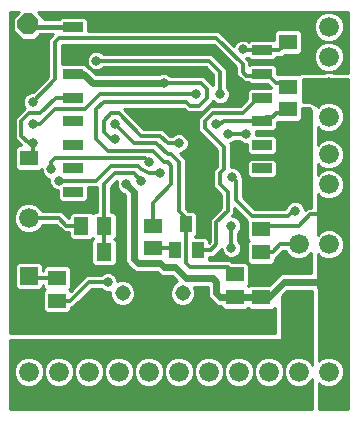
<source format=gtl>
G75*
%MOIN*%
%OFA0B0*%
%FSLAX25Y25*%
%IPPOS*%
%LPD*%
%AMOC8*
5,1,8,0,0,1.08239X$1,22.5*
%
%ADD10C,0.05150*%
%ADD11R,0.05906X0.05118*%
%ADD12R,0.05906X0.05906*%
%ADD13R,0.05118X0.05906*%
%ADD14C,0.06600*%
%ADD15OC8,0.07000*%
%ADD16R,0.06299X0.05118*%
%ADD17R,0.03937X0.05512*%
%ADD18R,0.06600X0.03200*%
%ADD19C,0.01000*%
%ADD20C,0.03175*%
%ADD21C,0.01200*%
%ADD22C,0.02400*%
%ADD23C,0.01600*%
D10*
X0065095Y0061433D03*
X0085095Y0061433D03*
D11*
X0075095Y0076443D03*
X0075095Y0083923D03*
X0102595Y0067673D03*
X0102595Y0060193D03*
X0111345Y0075193D03*
X0111345Y0082673D03*
X0120095Y0115193D03*
X0120095Y0122673D03*
X0120095Y0130193D03*
X0120095Y0137673D03*
X0120095Y0145193D03*
X0120095Y0152673D03*
X0043220Y0066423D03*
X0043220Y0058943D03*
X0033845Y0098943D03*
X0033845Y0106423D03*
D12*
X0033845Y0067073D03*
X0033845Y0053293D03*
D13*
X0051355Y0075183D03*
X0058835Y0075183D03*
X0058835Y0083933D03*
X0051355Y0083933D03*
D14*
X0033845Y0086433D03*
X0033845Y0076433D03*
X0033845Y0035183D03*
X0043845Y0035183D03*
X0053845Y0035183D03*
X0063845Y0035183D03*
X0073845Y0035183D03*
X0083845Y0035183D03*
X0093845Y0035183D03*
X0103845Y0035183D03*
X0113845Y0035183D03*
X0123845Y0035183D03*
X0133845Y0035183D03*
X0133845Y0057683D03*
X0123845Y0057683D03*
X0123845Y0077683D03*
X0133845Y0077683D03*
X0133845Y0087683D03*
X0133845Y0097683D03*
X0133845Y0107683D03*
X0133845Y0120183D03*
X0133845Y0130183D03*
X0133845Y0140183D03*
X0133845Y0150183D03*
D15*
X0033599Y0151074D03*
D16*
X0111345Y0067870D03*
X0111345Y0059996D03*
D17*
X0090085Y0075852D03*
X0082605Y0075852D03*
X0086345Y0084514D03*
D18*
X0111591Y0095124D03*
X0111591Y0102998D03*
X0111591Y0110872D03*
X0111591Y0118746D03*
X0111591Y0126620D03*
X0111591Y0134494D03*
X0111591Y0142368D03*
X0111591Y0150242D03*
X0048599Y0150242D03*
X0048599Y0142368D03*
X0048599Y0134494D03*
X0048599Y0126620D03*
X0048599Y0118746D03*
X0048599Y0110872D03*
X0048599Y0102998D03*
X0048599Y0095124D03*
D19*
X0027564Y0045808D02*
X0027564Y0022652D01*
X0128220Y0022652D01*
X0128220Y0032729D01*
X0128068Y0032362D01*
X0126667Y0030960D01*
X0124836Y0030202D01*
X0122854Y0030202D01*
X0121024Y0030960D01*
X0119622Y0032362D01*
X0118864Y0034192D01*
X0118864Y0036174D01*
X0119622Y0038005D01*
X0121024Y0039406D01*
X0122854Y0040164D01*
X0124836Y0040164D01*
X0126667Y0039406D01*
X0128068Y0038005D01*
X0128220Y0037637D01*
X0128220Y0062058D01*
X0127976Y0062302D01*
X0120039Y0062302D01*
X0118220Y0060484D01*
X0118220Y0045808D01*
X0027564Y0045808D01*
X0027564Y0045146D02*
X0128220Y0045146D01*
X0128220Y0046144D02*
X0118220Y0046144D01*
X0118220Y0047143D02*
X0128220Y0047143D01*
X0128220Y0048141D02*
X0118220Y0048141D01*
X0118220Y0049140D02*
X0128220Y0049140D01*
X0128220Y0050138D02*
X0118220Y0050138D01*
X0118220Y0051137D02*
X0128220Y0051137D01*
X0128220Y0052135D02*
X0118220Y0052135D01*
X0118220Y0053134D02*
X0128220Y0053134D01*
X0128220Y0054132D02*
X0118220Y0054132D01*
X0118220Y0055131D02*
X0128220Y0055131D01*
X0128220Y0056129D02*
X0118220Y0056129D01*
X0118220Y0057128D02*
X0128220Y0057128D01*
X0128220Y0058127D02*
X0118220Y0058127D01*
X0118220Y0059125D02*
X0128220Y0059125D01*
X0128220Y0060124D02*
X0118220Y0060124D01*
X0118859Y0061122D02*
X0128220Y0061122D01*
X0128158Y0062121D02*
X0119857Y0062121D01*
X0115702Y0066115D02*
X0107229Y0066115D01*
X0107229Y0067113D02*
X0116701Y0067113D01*
X0116403Y0066815D02*
X0113824Y0064236D01*
X0107499Y0064236D01*
X0106970Y0063707D01*
X0106744Y0063933D01*
X0107229Y0064418D01*
X0107229Y0070929D01*
X0106244Y0071913D01*
X0101581Y0071913D01*
X0101030Y0072464D01*
X0093735Y0072464D01*
X0093735Y0073571D01*
X0095459Y0073571D01*
X0096796Y0074907D01*
X0097290Y0075402D01*
X0098077Y0076189D01*
X0098077Y0075783D01*
X0098574Y0074582D01*
X0099494Y0073662D01*
X0100695Y0073165D01*
X0101995Y0073165D01*
X0103197Y0073662D01*
X0104116Y0074582D01*
X0104614Y0075783D01*
X0104614Y0077083D01*
X0104116Y0078285D01*
X0103626Y0078774D01*
X0103626Y0081592D01*
X0104116Y0082082D01*
X0104614Y0083283D01*
X0104614Y0084583D01*
X0104116Y0085785D01*
X0103197Y0086704D01*
X0101995Y0087202D01*
X0101590Y0087202D01*
X0102376Y0087988D01*
X0102376Y0089676D01*
X0105939Y0086113D01*
X0106711Y0085341D01*
X0106711Y0083789D01*
X0106558Y0083637D01*
X0106551Y0081747D01*
X0106711Y0081585D01*
X0106711Y0079418D01*
X0107196Y0078933D01*
X0106711Y0078448D01*
X0106711Y0076265D01*
X0106574Y0076128D01*
X0106574Y0076123D01*
X0106570Y0076119D01*
X0106574Y0075179D01*
X0106574Y0074238D01*
X0106578Y0074234D01*
X0106578Y0074229D01*
X0106711Y0074097D01*
X0106711Y0071938D01*
X0107696Y0070953D01*
X0114994Y0070953D01*
X0115979Y0071938D01*
X0115979Y0072902D01*
X0116040Y0072902D01*
X0118540Y0075402D01*
X0119398Y0075402D01*
X0119622Y0074862D01*
X0121024Y0073460D01*
X0122854Y0072702D01*
X0124836Y0072702D01*
X0126667Y0073460D01*
X0127914Y0074708D01*
X0127914Y0068064D01*
X0118272Y0068064D01*
X0117213Y0067626D01*
X0116403Y0066815D01*
X0114704Y0065116D02*
X0107229Y0065116D01*
X0107381Y0064118D02*
X0106929Y0064118D01*
X0107229Y0068112D02*
X0127914Y0068112D01*
X0127914Y0069110D02*
X0107229Y0069110D01*
X0107229Y0070109D02*
X0127914Y0070109D01*
X0127914Y0071107D02*
X0115149Y0071107D01*
X0115979Y0072106D02*
X0127914Y0072106D01*
X0127914Y0073104D02*
X0125807Y0073104D01*
X0127309Y0074103D02*
X0127914Y0074103D01*
X0130095Y0074103D02*
X0130381Y0074103D01*
X0130095Y0074389D02*
X0131024Y0073460D01*
X0132854Y0072702D01*
X0134836Y0072702D01*
X0136667Y0073460D01*
X0138068Y0074862D01*
X0138826Y0076692D01*
X0138826Y0078674D01*
X0138068Y0080505D01*
X0136667Y0081906D01*
X0134836Y0082664D01*
X0132854Y0082664D01*
X0131024Y0081906D01*
X0130095Y0080977D01*
X0130095Y0094389D01*
X0131024Y0093460D01*
X0132854Y0092702D01*
X0134836Y0092702D01*
X0136667Y0093460D01*
X0138068Y0094862D01*
X0138826Y0096692D01*
X0138826Y0098674D01*
X0138068Y0100505D01*
X0136667Y0101906D01*
X0134836Y0102664D01*
X0132854Y0102664D01*
X0131024Y0101906D01*
X0130095Y0100977D01*
X0130095Y0104389D01*
X0131024Y0103460D01*
X0132854Y0102702D01*
X0134836Y0102702D01*
X0136667Y0103460D01*
X0138068Y0104862D01*
X0138826Y0106692D01*
X0138826Y0108674D01*
X0138068Y0110505D01*
X0136667Y0111906D01*
X0134836Y0112664D01*
X0132854Y0112664D01*
X0131024Y0111906D01*
X0130095Y0110977D01*
X0130095Y0116889D01*
X0131024Y0115960D01*
X0132854Y0115202D01*
X0134836Y0115202D01*
X0136667Y0115960D01*
X0138068Y0117362D01*
X0138826Y0119192D01*
X0138826Y0121174D01*
X0138068Y0123005D01*
X0136667Y0124406D01*
X0134836Y0125164D01*
X0132854Y0125164D01*
X0131024Y0124406D01*
X0130095Y0123477D01*
X0130095Y0123933D01*
X0127595Y0125183D01*
X0125095Y0125183D01*
X0125095Y0132683D01*
X0140127Y0132683D01*
X0140127Y0022652D01*
X0130401Y0022652D01*
X0130401Y0031583D01*
X0131024Y0030960D01*
X0132854Y0030202D01*
X0134836Y0030202D01*
X0136667Y0030960D01*
X0138068Y0032362D01*
X0138826Y0034192D01*
X0138826Y0036174D01*
X0138068Y0038005D01*
X0136667Y0039406D01*
X0134836Y0040164D01*
X0132854Y0040164D01*
X0131024Y0039406D01*
X0130401Y0038783D01*
X0130401Y0062962D01*
X0130095Y0063268D01*
X0130095Y0074389D01*
X0130095Y0073104D02*
X0131883Y0073104D01*
X0130095Y0072106D02*
X0140127Y0072106D01*
X0140127Y0073104D02*
X0135807Y0073104D01*
X0137309Y0074103D02*
X0140127Y0074103D01*
X0140127Y0075101D02*
X0138167Y0075101D01*
X0138581Y0076100D02*
X0140127Y0076100D01*
X0140127Y0077098D02*
X0138826Y0077098D01*
X0138826Y0078097D02*
X0140127Y0078097D01*
X0140127Y0079095D02*
X0138652Y0079095D01*
X0138238Y0080094D02*
X0140127Y0080094D01*
X0140127Y0081092D02*
X0137480Y0081092D01*
X0136220Y0082091D02*
X0140127Y0082091D01*
X0140127Y0083089D02*
X0130095Y0083089D01*
X0130095Y0082091D02*
X0131470Y0082091D01*
X0130210Y0081092D02*
X0130095Y0081092D01*
X0130095Y0084088D02*
X0140127Y0084088D01*
X0140127Y0085086D02*
X0130095Y0085086D01*
X0130095Y0086085D02*
X0140127Y0086085D01*
X0140127Y0087083D02*
X0130095Y0087083D01*
X0130095Y0088082D02*
X0140127Y0088082D01*
X0140127Y0089080D02*
X0130095Y0089080D01*
X0130095Y0090079D02*
X0140127Y0090079D01*
X0140127Y0091077D02*
X0130095Y0091077D01*
X0130095Y0092076D02*
X0140127Y0092076D01*
X0140127Y0093074D02*
X0135735Y0093074D01*
X0137279Y0094073D02*
X0140127Y0094073D01*
X0140127Y0095071D02*
X0138155Y0095071D01*
X0138568Y0096070D02*
X0140127Y0096070D01*
X0140127Y0097068D02*
X0138826Y0097068D01*
X0138826Y0098067D02*
X0140127Y0098067D01*
X0140127Y0099065D02*
X0138664Y0099065D01*
X0138250Y0100064D02*
X0140127Y0100064D01*
X0140127Y0101062D02*
X0137510Y0101062D01*
X0136292Y0102061D02*
X0140127Y0102061D01*
X0140127Y0103060D02*
X0135699Y0103060D01*
X0137264Y0104058D02*
X0140127Y0104058D01*
X0140127Y0105057D02*
X0138149Y0105057D01*
X0138562Y0106055D02*
X0140127Y0106055D01*
X0140127Y0107054D02*
X0138826Y0107054D01*
X0138826Y0108052D02*
X0140127Y0108052D01*
X0140127Y0109051D02*
X0138670Y0109051D01*
X0138257Y0110049D02*
X0140127Y0110049D01*
X0140127Y0111048D02*
X0137525Y0111048D01*
X0136328Y0112046D02*
X0140127Y0112046D01*
X0140127Y0113045D02*
X0130095Y0113045D01*
X0130095Y0114043D02*
X0140127Y0114043D01*
X0140127Y0115042D02*
X0130095Y0115042D01*
X0130095Y0116040D02*
X0130944Y0116040D01*
X0127914Y0116040D02*
X0116163Y0116040D01*
X0116572Y0116450D02*
X0116572Y0118433D01*
X0123744Y0118433D01*
X0124729Y0119418D01*
X0124729Y0123002D01*
X0127080Y0123002D01*
X0127914Y0122585D01*
X0127914Y0089964D01*
X0126650Y0089964D01*
X0125864Y0089178D01*
X0125864Y0089583D01*
X0125366Y0090785D01*
X0124447Y0091704D01*
X0123245Y0092202D01*
X0121945Y0092202D01*
X0120744Y0091704D01*
X0119824Y0090785D01*
X0119327Y0089583D01*
X0119327Y0089516D01*
X0119150Y0089339D01*
X0109165Y0089339D01*
X0105142Y0093362D01*
X0105142Y0099878D01*
X0104879Y0100141D01*
X0104879Y0100833D01*
X0104382Y0102035D01*
X0103462Y0102954D01*
X0102261Y0103452D01*
X0101126Y0103452D01*
X0101126Y0111128D01*
X0100900Y0111354D01*
X0101947Y0111787D01*
X0102436Y0112277D01*
X0104004Y0112277D01*
X0104494Y0111787D01*
X0105695Y0111290D01*
X0106610Y0111290D01*
X0106610Y0108576D01*
X0107595Y0107591D01*
X0115588Y0107591D01*
X0116572Y0108576D01*
X0116572Y0113168D01*
X0115588Y0114153D01*
X0109614Y0114153D01*
X0109614Y0115208D01*
X0109507Y0115465D01*
X0115588Y0115465D01*
X0116572Y0116450D01*
X0116572Y0117039D02*
X0127914Y0117039D01*
X0127914Y0118037D02*
X0116572Y0118037D01*
X0115698Y0114043D02*
X0127914Y0114043D01*
X0127914Y0113045D02*
X0116572Y0113045D01*
X0116572Y0112046D02*
X0127914Y0112046D01*
X0127914Y0111048D02*
X0116572Y0111048D01*
X0116572Y0110049D02*
X0127914Y0110049D01*
X0127914Y0109051D02*
X0116572Y0109051D01*
X0116049Y0108052D02*
X0127914Y0108052D01*
X0127914Y0107054D02*
X0101126Y0107054D01*
X0101126Y0108052D02*
X0107134Y0108052D01*
X0106610Y0109051D02*
X0101126Y0109051D01*
X0101126Y0110049D02*
X0106610Y0110049D01*
X0106610Y0111048D02*
X0101126Y0111048D01*
X0102206Y0112046D02*
X0104235Y0112046D01*
X0107595Y0106279D02*
X0106610Y0105294D01*
X0106610Y0100702D01*
X0107595Y0099717D01*
X0115588Y0099717D01*
X0116572Y0100702D01*
X0116572Y0105294D01*
X0115588Y0106279D01*
X0107595Y0106279D01*
X0107371Y0106055D02*
X0101126Y0106055D01*
X0101126Y0105057D02*
X0106610Y0105057D01*
X0106610Y0104058D02*
X0101126Y0104058D01*
X0103208Y0103060D02*
X0106610Y0103060D01*
X0106610Y0102061D02*
X0104355Y0102061D01*
X0104784Y0101062D02*
X0106610Y0101062D01*
X0107248Y0100064D02*
X0104956Y0100064D01*
X0105142Y0099065D02*
X0127914Y0099065D01*
X0127914Y0098067D02*
X0105142Y0098067D01*
X0105142Y0097068D02*
X0127914Y0097068D01*
X0127914Y0096070D02*
X0105142Y0096070D01*
X0105142Y0095071D02*
X0127914Y0095071D01*
X0127914Y0094073D02*
X0105142Y0094073D01*
X0105430Y0093074D02*
X0127914Y0093074D01*
X0127914Y0092076D02*
X0123549Y0092076D01*
X0125073Y0091077D02*
X0127914Y0091077D01*
X0127914Y0090079D02*
X0125658Y0090079D01*
X0121642Y0092076D02*
X0106428Y0092076D01*
X0107427Y0091077D02*
X0120117Y0091077D01*
X0119532Y0090079D02*
X0108425Y0090079D01*
X0105967Y0086085D02*
X0103816Y0086085D01*
X0104405Y0085086D02*
X0106711Y0085086D01*
X0106711Y0084088D02*
X0104614Y0084088D01*
X0104533Y0083089D02*
X0106556Y0083089D01*
X0106552Y0082091D02*
X0104120Y0082091D01*
X0103626Y0081092D02*
X0106711Y0081092D01*
X0106711Y0080094D02*
X0103626Y0080094D01*
X0103626Y0079095D02*
X0107034Y0079095D01*
X0106711Y0078097D02*
X0104194Y0078097D01*
X0104607Y0077098D02*
X0106711Y0077098D01*
X0106570Y0076100D02*
X0104614Y0076100D01*
X0104331Y0075101D02*
X0106574Y0075101D01*
X0106705Y0074103D02*
X0103637Y0074103D01*
X0101389Y0072106D02*
X0106711Y0072106D01*
X0106711Y0073104D02*
X0093735Y0073104D01*
X0095991Y0074103D02*
X0099053Y0074103D01*
X0098359Y0075101D02*
X0096989Y0075101D01*
X0097988Y0076100D02*
X0098077Y0076100D01*
X0094064Y0078628D02*
X0093735Y0078299D01*
X0093735Y0079305D01*
X0092750Y0080289D01*
X0089223Y0080289D01*
X0089995Y0081062D01*
X0089995Y0087966D01*
X0089010Y0088951D01*
X0087053Y0088951D01*
X0086126Y0089878D01*
X0086126Y0106128D01*
X0084790Y0107464D01*
X0084090Y0108165D01*
X0084495Y0108165D01*
X0085697Y0108662D01*
X0086616Y0109582D01*
X0087114Y0110783D01*
X0087114Y0112083D01*
X0086616Y0113285D01*
X0085697Y0114204D01*
X0084495Y0114702D01*
X0083195Y0114702D01*
X0081994Y0114204D01*
X0081504Y0113714D01*
X0081040Y0113714D01*
X0079876Y0114878D01*
X0078540Y0116214D01*
X0072290Y0116214D01*
X0065602Y0122902D01*
X0085400Y0122902D01*
X0086650Y0121652D01*
X0091665Y0121652D01*
X0094165Y0124152D01*
X0095334Y0125321D01*
X0095744Y0124912D01*
X0096945Y0124415D01*
X0098245Y0124415D01*
X0099447Y0124912D01*
X0100366Y0125832D01*
X0100864Y0127033D01*
X0100864Y0128333D01*
X0100366Y0129535D01*
X0099876Y0130024D01*
X0099876Y0136128D01*
X0098540Y0137464D01*
X0094790Y0141214D01*
X0058686Y0141214D01*
X0058197Y0141704D01*
X0056995Y0142202D01*
X0055695Y0142202D01*
X0054494Y0141704D01*
X0053574Y0140785D01*
X0053077Y0139583D01*
X0053077Y0138283D01*
X0053574Y0137082D01*
X0054494Y0136162D01*
X0055695Y0135665D01*
X0056995Y0135665D01*
X0058197Y0136162D01*
X0058686Y0136652D01*
X0092900Y0136652D01*
X0095314Y0134238D01*
X0095314Y0130690D01*
X0093626Y0132378D01*
X0092290Y0133714D01*
X0081186Y0133714D01*
X0080697Y0134204D01*
X0079495Y0134702D01*
X0078195Y0134702D01*
X0077260Y0134314D01*
X0056289Y0134314D01*
X0053666Y0136937D01*
X0053270Y0137101D01*
X0052595Y0137775D01*
X0044876Y0137775D01*
X0044876Y0144152D01*
X0095400Y0144152D01*
X0102814Y0136738D01*
X0102814Y0134238D01*
X0104064Y0132988D01*
X0105400Y0131652D01*
X0107156Y0131652D01*
X0107595Y0131213D01*
X0113211Y0131213D01*
X0113936Y0130488D01*
X0114523Y0129901D01*
X0107595Y0129901D01*
X0106610Y0128916D01*
X0106610Y0126174D01*
X0104150Y0123714D01*
X0094150Y0123714D01*
X0091650Y0121214D01*
X0090314Y0119878D01*
X0090314Y0115488D01*
X0096564Y0109238D01*
X0096564Y0103628D01*
X0095314Y0102378D01*
X0095314Y0096738D01*
X0097814Y0094238D01*
X0097814Y0089878D01*
X0095400Y0087464D01*
X0094064Y0086128D01*
X0094064Y0078628D01*
X0094064Y0079095D02*
X0093735Y0079095D01*
X0094064Y0080094D02*
X0092946Y0080094D01*
X0094064Y0081092D02*
X0089995Y0081092D01*
X0089995Y0082091D02*
X0094064Y0082091D01*
X0094064Y0083089D02*
X0089995Y0083089D01*
X0089995Y0084088D02*
X0094064Y0084088D01*
X0094064Y0085086D02*
X0089995Y0085086D01*
X0089995Y0086085D02*
X0094064Y0086085D01*
X0095019Y0087083D02*
X0089995Y0087083D01*
X0089879Y0088082D02*
X0096018Y0088082D01*
X0097016Y0089080D02*
X0086924Y0089080D01*
X0086126Y0090079D02*
X0097814Y0090079D01*
X0097814Y0091077D02*
X0086126Y0091077D01*
X0086126Y0092076D02*
X0097814Y0092076D01*
X0097814Y0093074D02*
X0086126Y0093074D01*
X0086126Y0094073D02*
X0097814Y0094073D01*
X0096981Y0095071D02*
X0086126Y0095071D01*
X0086126Y0096070D02*
X0095982Y0096070D01*
X0095314Y0097068D02*
X0086126Y0097068D01*
X0086126Y0098067D02*
X0095314Y0098067D01*
X0095314Y0099065D02*
X0086126Y0099065D01*
X0086126Y0100064D02*
X0095314Y0100064D01*
X0095314Y0101062D02*
X0086126Y0101062D01*
X0086126Y0102061D02*
X0095314Y0102061D01*
X0095996Y0103060D02*
X0086126Y0103060D01*
X0086126Y0104058D02*
X0096564Y0104058D01*
X0096564Y0105057D02*
X0086126Y0105057D01*
X0086126Y0106055D02*
X0096564Y0106055D01*
X0096564Y0107054D02*
X0085201Y0107054D01*
X0084202Y0108052D02*
X0096564Y0108052D01*
X0096564Y0109051D02*
X0086085Y0109051D01*
X0086810Y0110049D02*
X0095753Y0110049D01*
X0094755Y0111048D02*
X0087114Y0111048D01*
X0087114Y0112046D02*
X0093756Y0112046D01*
X0092758Y0113045D02*
X0086715Y0113045D01*
X0085857Y0114043D02*
X0091759Y0114043D01*
X0090761Y0115042D02*
X0079713Y0115042D01*
X0080711Y0114043D02*
X0081833Y0114043D01*
X0078714Y0116040D02*
X0090314Y0116040D01*
X0090314Y0117039D02*
X0071465Y0117039D01*
X0070467Y0118037D02*
X0090314Y0118037D01*
X0090314Y0119036D02*
X0069468Y0119036D01*
X0068470Y0120034D02*
X0090470Y0120034D01*
X0091469Y0121033D02*
X0067471Y0121033D01*
X0066473Y0122031D02*
X0086271Y0122031D01*
X0092044Y0122031D02*
X0092467Y0122031D01*
X0093043Y0123030D02*
X0093466Y0123030D01*
X0094041Y0124028D02*
X0104464Y0124028D01*
X0105463Y0125027D02*
X0099561Y0125027D01*
X0100446Y0126025D02*
X0106461Y0126025D01*
X0106610Y0127024D02*
X0100860Y0127024D01*
X0100864Y0128022D02*
X0106610Y0128022D01*
X0106714Y0129021D02*
X0100579Y0129021D01*
X0099881Y0130019D02*
X0114405Y0130019D01*
X0113406Y0131018D02*
X0099876Y0131018D01*
X0099876Y0132016D02*
X0105036Y0132016D01*
X0104037Y0133015D02*
X0099876Y0133015D01*
X0099876Y0134013D02*
X0103039Y0134013D01*
X0102814Y0135012D02*
X0099876Y0135012D01*
X0099876Y0136010D02*
X0102814Y0136010D01*
X0102543Y0137009D02*
X0098995Y0137009D01*
X0097997Y0138007D02*
X0101545Y0138007D01*
X0100546Y0139006D02*
X0096998Y0139006D01*
X0096000Y0140004D02*
X0099548Y0140004D01*
X0098549Y0141003D02*
X0095001Y0141003D01*
X0096552Y0143000D02*
X0044876Y0143000D01*
X0044876Y0143998D02*
X0095554Y0143998D01*
X0097551Y0142001D02*
X0057478Y0142001D01*
X0055212Y0142001D02*
X0044876Y0142001D01*
X0044876Y0141003D02*
X0053793Y0141003D01*
X0053251Y0140004D02*
X0044876Y0140004D01*
X0044876Y0139006D02*
X0053077Y0139006D01*
X0053191Y0138007D02*
X0044876Y0138007D01*
X0040314Y0138007D02*
X0027564Y0138007D01*
X0027564Y0137009D02*
X0040314Y0137009D01*
X0040314Y0136010D02*
X0027564Y0136010D01*
X0027564Y0135012D02*
X0040314Y0135012D01*
X0040314Y0134013D02*
X0027564Y0134013D01*
X0027564Y0133015D02*
X0039701Y0133015D01*
X0040314Y0133628D02*
X0035138Y0128452D01*
X0034445Y0128452D01*
X0033244Y0127954D01*
X0032324Y0127035D01*
X0031827Y0125833D01*
X0031827Y0124533D01*
X0032324Y0123332D01*
X0032421Y0123235D01*
X0030400Y0121214D01*
X0029064Y0119878D01*
X0029064Y0112988D01*
X0031389Y0110663D01*
X0030196Y0110663D01*
X0029211Y0109679D01*
X0029211Y0103168D01*
X0030196Y0102183D01*
X0037494Y0102183D01*
X0038077Y0102765D01*
X0038077Y0102033D01*
X0038574Y0100832D01*
X0039494Y0099912D01*
X0040577Y0099464D01*
X0040577Y0098283D01*
X0041074Y0097082D01*
X0041994Y0096162D01*
X0043195Y0095665D01*
X0043618Y0095665D01*
X0043618Y0092828D01*
X0044603Y0091843D01*
X0052595Y0091843D01*
X0053580Y0092828D01*
X0053580Y0096652D01*
X0056564Y0096652D01*
X0056564Y0088567D01*
X0055580Y0088567D01*
X0055095Y0088082D01*
X0054610Y0088567D01*
X0048100Y0088567D01*
X0047115Y0087582D01*
X0047115Y0086389D01*
X0044790Y0088714D01*
X0038292Y0088714D01*
X0038068Y0089255D01*
X0036667Y0090656D01*
X0034836Y0091414D01*
X0032854Y0091414D01*
X0031024Y0090656D01*
X0029622Y0089255D01*
X0028864Y0087424D01*
X0028864Y0085442D01*
X0029622Y0083612D01*
X0031024Y0082210D01*
X0032854Y0081452D01*
X0034836Y0081452D01*
X0036667Y0082210D01*
X0038068Y0083612D01*
X0038292Y0084152D01*
X0042900Y0084152D01*
X0044064Y0082988D01*
X0045400Y0081652D01*
X0047115Y0081652D01*
X0047115Y0080284D01*
X0048100Y0079299D01*
X0054610Y0079299D01*
X0055095Y0079784D01*
X0055321Y0079558D01*
X0054595Y0078832D01*
X0054595Y0071534D01*
X0055580Y0070549D01*
X0062091Y0070549D01*
X0063075Y0071534D01*
X0063075Y0078832D01*
X0062350Y0079558D01*
X0063075Y0080284D01*
X0063075Y0087582D01*
X0062091Y0088567D01*
X0061126Y0088567D01*
X0061126Y0096738D01*
X0063328Y0098940D01*
X0063077Y0098333D01*
X0063077Y0097033D01*
X0063574Y0095832D01*
X0064494Y0094912D01*
X0065429Y0094525D01*
X0065964Y0093990D01*
X0065964Y0072110D01*
X0066403Y0071051D01*
X0067213Y0070241D01*
X0067653Y0069801D01*
X0068463Y0068991D01*
X0069522Y0068552D01*
X0076402Y0068552D01*
X0076403Y0068551D01*
X0077213Y0067741D01*
X0078272Y0067302D01*
X0081402Y0067302D01*
X0083376Y0065328D01*
X0082684Y0065041D01*
X0081487Y0063844D01*
X0080839Y0062280D01*
X0080839Y0060587D01*
X0081487Y0059022D01*
X0082684Y0057825D01*
X0084249Y0057177D01*
X0085942Y0057177D01*
X0087506Y0057825D01*
X0088703Y0059022D01*
X0089351Y0060587D01*
X0089351Y0062280D01*
X0088824Y0063552D01*
X0093464Y0063552D01*
X0093464Y0060860D01*
X0093903Y0059801D01*
X0095153Y0058551D01*
X0095963Y0057741D01*
X0097022Y0057302D01*
X0097961Y0057302D01*
X0097961Y0056938D01*
X0098946Y0055953D01*
X0106244Y0055953D01*
X0106773Y0056482D01*
X0107499Y0055756D01*
X0115191Y0055756D01*
X0116039Y0056604D01*
X0116039Y0047989D01*
X0027564Y0047989D01*
X0027564Y0155215D01*
X0030413Y0155215D01*
X0028418Y0153220D01*
X0028418Y0148928D01*
X0031453Y0145893D01*
X0035745Y0145893D01*
X0037613Y0147761D01*
X0041947Y0147761D01*
X0041564Y0147378D01*
X0040314Y0146128D01*
X0040314Y0133628D01*
X0038702Y0132016D02*
X0027564Y0132016D01*
X0027564Y0131018D02*
X0037704Y0131018D01*
X0036705Y0130019D02*
X0027564Y0130019D01*
X0027564Y0129021D02*
X0035707Y0129021D01*
X0033409Y0128022D02*
X0027564Y0128022D01*
X0027564Y0127024D02*
X0032320Y0127024D01*
X0031906Y0126025D02*
X0027564Y0126025D01*
X0027564Y0125027D02*
X0031827Y0125027D01*
X0032036Y0124028D02*
X0027564Y0124028D01*
X0027564Y0123030D02*
X0032216Y0123030D01*
X0031217Y0122031D02*
X0027564Y0122031D01*
X0027564Y0121033D02*
X0030219Y0121033D01*
X0029220Y0120034D02*
X0027564Y0120034D01*
X0027564Y0119036D02*
X0029064Y0119036D01*
X0029064Y0118037D02*
X0027564Y0118037D01*
X0027564Y0117039D02*
X0029064Y0117039D01*
X0029064Y0116040D02*
X0027564Y0116040D01*
X0027564Y0115042D02*
X0029064Y0115042D01*
X0029064Y0114043D02*
X0027564Y0114043D01*
X0027564Y0113045D02*
X0029064Y0113045D01*
X0030006Y0112046D02*
X0027564Y0112046D01*
X0027564Y0111048D02*
X0031005Y0111048D01*
X0029582Y0110049D02*
X0027564Y0110049D01*
X0027564Y0109051D02*
X0029211Y0109051D01*
X0029211Y0108052D02*
X0027564Y0108052D01*
X0027564Y0107054D02*
X0029211Y0107054D01*
X0029211Y0106055D02*
X0027564Y0106055D01*
X0027564Y0105057D02*
X0029211Y0105057D01*
X0029211Y0104058D02*
X0027564Y0104058D01*
X0027564Y0103060D02*
X0029320Y0103060D01*
X0027564Y0102061D02*
X0038077Y0102061D01*
X0038479Y0101062D02*
X0027564Y0101062D01*
X0027564Y0100064D02*
X0039342Y0100064D01*
X0040577Y0099065D02*
X0027564Y0099065D01*
X0027564Y0098067D02*
X0040666Y0098067D01*
X0041087Y0097068D02*
X0027564Y0097068D01*
X0027564Y0096070D02*
X0042216Y0096070D01*
X0043618Y0095071D02*
X0027564Y0095071D01*
X0027564Y0094073D02*
X0043618Y0094073D01*
X0043618Y0093074D02*
X0027564Y0093074D01*
X0027564Y0092076D02*
X0044370Y0092076D01*
X0045422Y0088082D02*
X0047615Y0088082D01*
X0047115Y0087083D02*
X0046421Y0087083D01*
X0042964Y0084088D02*
X0038265Y0084088D01*
X0037546Y0083089D02*
X0043963Y0083089D01*
X0044961Y0082091D02*
X0036378Y0082091D01*
X0031312Y0082091D02*
X0027564Y0082091D01*
X0027564Y0083089D02*
X0030145Y0083089D01*
X0029425Y0084088D02*
X0027564Y0084088D01*
X0027564Y0085086D02*
X0029011Y0085086D01*
X0028864Y0086085D02*
X0027564Y0086085D01*
X0027564Y0087083D02*
X0028864Y0087083D01*
X0029137Y0088082D02*
X0027564Y0088082D01*
X0027564Y0089080D02*
X0029550Y0089080D01*
X0030447Y0090079D02*
X0027564Y0090079D01*
X0027564Y0091077D02*
X0032041Y0091077D01*
X0035649Y0091077D02*
X0056564Y0091077D01*
X0056564Y0090079D02*
X0037244Y0090079D01*
X0038140Y0089080D02*
X0056564Y0089080D01*
X0056564Y0092076D02*
X0052828Y0092076D01*
X0053580Y0093074D02*
X0056564Y0093074D01*
X0056564Y0094073D02*
X0053580Y0094073D01*
X0053580Y0095071D02*
X0056564Y0095071D01*
X0056564Y0096070D02*
X0053580Y0096070D01*
X0061126Y0096070D02*
X0063476Y0096070D01*
X0063077Y0097068D02*
X0061456Y0097068D01*
X0062455Y0098067D02*
X0063077Y0098067D01*
X0064334Y0095071D02*
X0061126Y0095071D01*
X0061126Y0094073D02*
X0065881Y0094073D01*
X0065964Y0093074D02*
X0061126Y0093074D01*
X0061126Y0092076D02*
X0065964Y0092076D01*
X0065964Y0091077D02*
X0061126Y0091077D01*
X0061126Y0090079D02*
X0065964Y0090079D01*
X0065964Y0089080D02*
X0061126Y0089080D01*
X0062576Y0088082D02*
X0065964Y0088082D01*
X0065964Y0087083D02*
X0063075Y0087083D01*
X0063075Y0086085D02*
X0065964Y0086085D01*
X0065964Y0085086D02*
X0063075Y0085086D01*
X0063075Y0084088D02*
X0065964Y0084088D01*
X0065964Y0083089D02*
X0063075Y0083089D01*
X0063075Y0082091D02*
X0065964Y0082091D01*
X0065964Y0081092D02*
X0063075Y0081092D01*
X0062885Y0080094D02*
X0065964Y0080094D01*
X0065964Y0079095D02*
X0062812Y0079095D01*
X0063075Y0078097D02*
X0065964Y0078097D01*
X0065964Y0077098D02*
X0063075Y0077098D01*
X0063075Y0076100D02*
X0065964Y0076100D01*
X0065964Y0075101D02*
X0063075Y0075101D01*
X0063075Y0074103D02*
X0065964Y0074103D01*
X0065964Y0073104D02*
X0063075Y0073104D01*
X0063075Y0072106D02*
X0065966Y0072106D01*
X0066379Y0071107D02*
X0062649Y0071107D01*
X0061566Y0068112D02*
X0076842Y0068112D01*
X0081591Y0067113D02*
X0062787Y0067113D01*
X0062866Y0067035D02*
X0061947Y0067954D01*
X0060745Y0068452D01*
X0059445Y0068452D01*
X0058244Y0067954D01*
X0057754Y0067464D01*
X0052900Y0067464D01*
X0047744Y0062308D01*
X0047369Y0062683D01*
X0047854Y0063168D01*
X0047854Y0069679D01*
X0046869Y0070663D01*
X0039571Y0070663D01*
X0038586Y0069679D01*
X0038586Y0068704D01*
X0038479Y0068704D01*
X0038479Y0070722D01*
X0037494Y0071707D01*
X0030196Y0071707D01*
X0029211Y0070722D01*
X0029211Y0063424D01*
X0030196Y0062439D01*
X0037494Y0062439D01*
X0038479Y0063424D01*
X0038479Y0064142D01*
X0038586Y0064142D01*
X0038586Y0063168D01*
X0039071Y0062683D01*
X0038586Y0062198D01*
X0038586Y0055688D01*
X0039571Y0054703D01*
X0046869Y0054703D01*
X0047854Y0055688D01*
X0047854Y0056652D01*
X0048540Y0056652D01*
X0049876Y0057988D01*
X0054790Y0062902D01*
X0057754Y0062902D01*
X0058244Y0062412D01*
X0059445Y0061915D01*
X0060745Y0061915D01*
X0060839Y0061953D01*
X0060839Y0060587D01*
X0061487Y0059022D01*
X0062684Y0057825D01*
X0064249Y0057177D01*
X0065942Y0057177D01*
X0067506Y0057825D01*
X0068703Y0059022D01*
X0069351Y0060587D01*
X0069351Y0062280D01*
X0068703Y0063844D01*
X0067506Y0065041D01*
X0065942Y0065689D01*
X0064249Y0065689D01*
X0063364Y0065322D01*
X0063364Y0065833D01*
X0062866Y0067035D01*
X0063247Y0066115D02*
X0082589Y0066115D01*
X0082866Y0065116D02*
X0067325Y0065116D01*
X0068429Y0064118D02*
X0081761Y0064118D01*
X0081187Y0063119D02*
X0069003Y0063119D01*
X0069351Y0062121D02*
X0080839Y0062121D01*
X0080839Y0061122D02*
X0069351Y0061122D01*
X0069159Y0060124D02*
X0081031Y0060124D01*
X0081445Y0059125D02*
X0068746Y0059125D01*
X0067807Y0058127D02*
X0082383Y0058127D01*
X0087807Y0058127D02*
X0095577Y0058127D01*
X0094579Y0059125D02*
X0088746Y0059125D01*
X0089159Y0060124D02*
X0093769Y0060124D01*
X0093464Y0061122D02*
X0089351Y0061122D01*
X0089351Y0062121D02*
X0093464Y0062121D01*
X0093464Y0063119D02*
X0089003Y0063119D01*
X0097961Y0057128D02*
X0049016Y0057128D01*
X0050015Y0058127D02*
X0062383Y0058127D01*
X0061445Y0059125D02*
X0051013Y0059125D01*
X0052012Y0060124D02*
X0061031Y0060124D01*
X0060839Y0061122D02*
X0053010Y0061122D01*
X0054009Y0062121D02*
X0058948Y0062121D01*
X0058624Y0068112D02*
X0047854Y0068112D01*
X0047854Y0069110D02*
X0068344Y0069110D01*
X0067653Y0069801D02*
X0067653Y0069801D01*
X0067345Y0070109D02*
X0047424Y0070109D01*
X0047854Y0067113D02*
X0052549Y0067113D01*
X0051551Y0066115D02*
X0047854Y0066115D01*
X0047854Y0065116D02*
X0050552Y0065116D01*
X0049554Y0064118D02*
X0047854Y0064118D01*
X0047805Y0063119D02*
X0048555Y0063119D01*
X0047854Y0056129D02*
X0098769Y0056129D01*
X0106421Y0056129D02*
X0107126Y0056129D01*
X0115565Y0056129D02*
X0116039Y0056129D01*
X0116039Y0055131D02*
X0047297Y0055131D01*
X0039143Y0055131D02*
X0027564Y0055131D01*
X0027564Y0056129D02*
X0038586Y0056129D01*
X0038586Y0057128D02*
X0027564Y0057128D01*
X0027564Y0058127D02*
X0038586Y0058127D01*
X0038586Y0059125D02*
X0027564Y0059125D01*
X0027564Y0060124D02*
X0038586Y0060124D01*
X0038586Y0061122D02*
X0027564Y0061122D01*
X0027564Y0062121D02*
X0038586Y0062121D01*
X0038635Y0063119D02*
X0038174Y0063119D01*
X0038479Y0064118D02*
X0038586Y0064118D01*
X0038586Y0069110D02*
X0038479Y0069110D01*
X0038479Y0070109D02*
X0039016Y0070109D01*
X0038094Y0071107D02*
X0055022Y0071107D01*
X0054595Y0072106D02*
X0027564Y0072106D01*
X0027564Y0073104D02*
X0054595Y0073104D01*
X0054595Y0074103D02*
X0027564Y0074103D01*
X0027564Y0075101D02*
X0054595Y0075101D01*
X0054595Y0076100D02*
X0027564Y0076100D01*
X0027564Y0077098D02*
X0054595Y0077098D01*
X0054595Y0078097D02*
X0027564Y0078097D01*
X0027564Y0079095D02*
X0054858Y0079095D01*
X0047305Y0080094D02*
X0027564Y0080094D01*
X0027564Y0081092D02*
X0047115Y0081092D01*
X0029597Y0071107D02*
X0027564Y0071107D01*
X0027564Y0070109D02*
X0029211Y0070109D01*
X0029211Y0069110D02*
X0027564Y0069110D01*
X0027564Y0068112D02*
X0029211Y0068112D01*
X0029211Y0067113D02*
X0027564Y0067113D01*
X0027564Y0066115D02*
X0029211Y0066115D01*
X0029211Y0065116D02*
X0027564Y0065116D01*
X0027564Y0064118D02*
X0029211Y0064118D01*
X0029516Y0063119D02*
X0027564Y0063119D01*
X0027564Y0054132D02*
X0116039Y0054132D01*
X0116039Y0053134D02*
X0027564Y0053134D01*
X0027564Y0052135D02*
X0116039Y0052135D01*
X0116039Y0051137D02*
X0027564Y0051137D01*
X0027564Y0050138D02*
X0116039Y0050138D01*
X0116039Y0049140D02*
X0027564Y0049140D01*
X0027564Y0048141D02*
X0116039Y0048141D01*
X0114836Y0040164D02*
X0112854Y0040164D01*
X0111024Y0039406D01*
X0109622Y0038005D01*
X0108864Y0036174D01*
X0108864Y0034192D01*
X0109622Y0032362D01*
X0111024Y0030960D01*
X0112854Y0030202D01*
X0114836Y0030202D01*
X0116667Y0030960D01*
X0118068Y0032362D01*
X0118826Y0034192D01*
X0118826Y0036174D01*
X0118068Y0038005D01*
X0116667Y0039406D01*
X0114836Y0040164D01*
X0114862Y0040153D02*
X0122828Y0040153D01*
X0124862Y0040153D02*
X0128220Y0040153D01*
X0128220Y0039155D02*
X0126918Y0039155D01*
X0127916Y0038156D02*
X0128220Y0038156D01*
X0130401Y0039155D02*
X0130773Y0039155D01*
X0130401Y0040153D02*
X0132828Y0040153D01*
X0134862Y0040153D02*
X0140127Y0040153D01*
X0140127Y0039155D02*
X0136918Y0039155D01*
X0137916Y0038156D02*
X0140127Y0038156D01*
X0140127Y0037158D02*
X0138419Y0037158D01*
X0138826Y0036159D02*
X0140127Y0036159D01*
X0140127Y0035161D02*
X0138826Y0035161D01*
X0138814Y0034162D02*
X0140127Y0034162D01*
X0140127Y0033164D02*
X0138400Y0033164D01*
X0137872Y0032165D02*
X0140127Y0032165D01*
X0140127Y0031167D02*
X0136873Y0031167D01*
X0140127Y0030168D02*
X0130401Y0030168D01*
X0130401Y0029170D02*
X0140127Y0029170D01*
X0140127Y0028171D02*
X0130401Y0028171D01*
X0130401Y0027173D02*
X0140127Y0027173D01*
X0140127Y0026174D02*
X0130401Y0026174D01*
X0130401Y0025176D02*
X0140127Y0025176D01*
X0140127Y0024177D02*
X0130401Y0024177D01*
X0130401Y0023179D02*
X0140127Y0023179D01*
X0130817Y0031167D02*
X0130401Y0031167D01*
X0128220Y0031167D02*
X0126873Y0031167D01*
X0127872Y0032165D02*
X0128220Y0032165D01*
X0128220Y0030168D02*
X0027564Y0030168D01*
X0027564Y0029170D02*
X0128220Y0029170D01*
X0128220Y0028171D02*
X0027564Y0028171D01*
X0027564Y0027173D02*
X0128220Y0027173D01*
X0128220Y0026174D02*
X0027564Y0026174D01*
X0027564Y0025176D02*
X0128220Y0025176D01*
X0128220Y0024177D02*
X0027564Y0024177D01*
X0027564Y0023179D02*
X0128220Y0023179D01*
X0120817Y0031167D02*
X0116873Y0031167D01*
X0117872Y0032165D02*
X0119819Y0032165D01*
X0119290Y0033164D02*
X0118400Y0033164D01*
X0118814Y0034162D02*
X0118876Y0034162D01*
X0118864Y0035161D02*
X0118826Y0035161D01*
X0118826Y0036159D02*
X0118864Y0036159D01*
X0119272Y0037158D02*
X0118419Y0037158D01*
X0117916Y0038156D02*
X0119774Y0038156D01*
X0120773Y0039155D02*
X0116918Y0039155D01*
X0112828Y0040153D02*
X0104862Y0040153D01*
X0104836Y0040164D02*
X0102854Y0040164D01*
X0101024Y0039406D01*
X0099622Y0038005D01*
X0098864Y0036174D01*
X0098864Y0034192D01*
X0099622Y0032362D01*
X0101024Y0030960D01*
X0102854Y0030202D01*
X0104836Y0030202D01*
X0106667Y0030960D01*
X0108068Y0032362D01*
X0108826Y0034192D01*
X0108826Y0036174D01*
X0108068Y0038005D01*
X0106667Y0039406D01*
X0104836Y0040164D01*
X0102828Y0040153D02*
X0094862Y0040153D01*
X0094836Y0040164D02*
X0092854Y0040164D01*
X0091024Y0039406D01*
X0089622Y0038005D01*
X0088864Y0036174D01*
X0088864Y0034192D01*
X0089622Y0032362D01*
X0091024Y0030960D01*
X0092854Y0030202D01*
X0094836Y0030202D01*
X0096667Y0030960D01*
X0098068Y0032362D01*
X0098826Y0034192D01*
X0098826Y0036174D01*
X0098068Y0038005D01*
X0096667Y0039406D01*
X0094836Y0040164D01*
X0092828Y0040153D02*
X0084862Y0040153D01*
X0084836Y0040164D02*
X0082854Y0040164D01*
X0081024Y0039406D01*
X0079622Y0038005D01*
X0078864Y0036174D01*
X0078864Y0034192D01*
X0079622Y0032362D01*
X0081024Y0030960D01*
X0082854Y0030202D01*
X0084836Y0030202D01*
X0086667Y0030960D01*
X0088068Y0032362D01*
X0088826Y0034192D01*
X0088826Y0036174D01*
X0088068Y0038005D01*
X0086667Y0039406D01*
X0084836Y0040164D01*
X0082828Y0040153D02*
X0074862Y0040153D01*
X0074836Y0040164D02*
X0072854Y0040164D01*
X0071024Y0039406D01*
X0069622Y0038005D01*
X0068864Y0036174D01*
X0068864Y0034192D01*
X0069622Y0032362D01*
X0071024Y0030960D01*
X0072854Y0030202D01*
X0074836Y0030202D01*
X0076667Y0030960D01*
X0078068Y0032362D01*
X0078826Y0034192D01*
X0078826Y0036174D01*
X0078068Y0038005D01*
X0076667Y0039406D01*
X0074836Y0040164D01*
X0072828Y0040153D02*
X0064862Y0040153D01*
X0064836Y0040164D02*
X0066667Y0039406D01*
X0068068Y0038005D01*
X0068826Y0036174D01*
X0068826Y0034192D01*
X0068068Y0032362D01*
X0066667Y0030960D01*
X0064836Y0030202D01*
X0062854Y0030202D01*
X0061024Y0030960D01*
X0059622Y0032362D01*
X0058864Y0034192D01*
X0058864Y0036174D01*
X0059622Y0038005D01*
X0061024Y0039406D01*
X0062854Y0040164D01*
X0064836Y0040164D01*
X0062828Y0040153D02*
X0054862Y0040153D01*
X0054836Y0040164D02*
X0052854Y0040164D01*
X0051024Y0039406D01*
X0049622Y0038005D01*
X0048864Y0036174D01*
X0048864Y0034192D01*
X0049622Y0032362D01*
X0051024Y0030960D01*
X0052854Y0030202D01*
X0054836Y0030202D01*
X0056667Y0030960D01*
X0058068Y0032362D01*
X0058826Y0034192D01*
X0058826Y0036174D01*
X0058068Y0038005D01*
X0056667Y0039406D01*
X0054836Y0040164D01*
X0056918Y0039155D02*
X0060773Y0039155D01*
X0059774Y0038156D02*
X0057916Y0038156D01*
X0058419Y0037158D02*
X0059272Y0037158D01*
X0058864Y0036159D02*
X0058826Y0036159D01*
X0058826Y0035161D02*
X0058864Y0035161D01*
X0058876Y0034162D02*
X0058814Y0034162D01*
X0058400Y0033164D02*
X0059290Y0033164D01*
X0059819Y0032165D02*
X0057872Y0032165D01*
X0056873Y0031167D02*
X0060817Y0031167D01*
X0066873Y0031167D02*
X0070817Y0031167D01*
X0069819Y0032165D02*
X0067872Y0032165D01*
X0068400Y0033164D02*
X0069290Y0033164D01*
X0068876Y0034162D02*
X0068814Y0034162D01*
X0068826Y0035161D02*
X0068864Y0035161D01*
X0068826Y0036159D02*
X0068864Y0036159D01*
X0069272Y0037158D02*
X0068419Y0037158D01*
X0067916Y0038156D02*
X0069774Y0038156D01*
X0070773Y0039155D02*
X0066918Y0039155D01*
X0076918Y0039155D02*
X0080773Y0039155D01*
X0079774Y0038156D02*
X0077916Y0038156D01*
X0078419Y0037158D02*
X0079272Y0037158D01*
X0078864Y0036159D02*
X0078826Y0036159D01*
X0078826Y0035161D02*
X0078864Y0035161D01*
X0078876Y0034162D02*
X0078814Y0034162D01*
X0078400Y0033164D02*
X0079290Y0033164D01*
X0079819Y0032165D02*
X0077872Y0032165D01*
X0076873Y0031167D02*
X0080817Y0031167D01*
X0086873Y0031167D02*
X0090817Y0031167D01*
X0089819Y0032165D02*
X0087872Y0032165D01*
X0088400Y0033164D02*
X0089290Y0033164D01*
X0088876Y0034162D02*
X0088814Y0034162D01*
X0088826Y0035161D02*
X0088864Y0035161D01*
X0088826Y0036159D02*
X0088864Y0036159D01*
X0089272Y0037158D02*
X0088419Y0037158D01*
X0087916Y0038156D02*
X0089774Y0038156D01*
X0090773Y0039155D02*
X0086918Y0039155D01*
X0096918Y0039155D02*
X0100773Y0039155D01*
X0099774Y0038156D02*
X0097916Y0038156D01*
X0098419Y0037158D02*
X0099272Y0037158D01*
X0098864Y0036159D02*
X0098826Y0036159D01*
X0098826Y0035161D02*
X0098864Y0035161D01*
X0098876Y0034162D02*
X0098814Y0034162D01*
X0098400Y0033164D02*
X0099290Y0033164D01*
X0099819Y0032165D02*
X0097872Y0032165D01*
X0096873Y0031167D02*
X0100817Y0031167D01*
X0106873Y0031167D02*
X0110817Y0031167D01*
X0109819Y0032165D02*
X0107872Y0032165D01*
X0108400Y0033164D02*
X0109290Y0033164D01*
X0108876Y0034162D02*
X0108814Y0034162D01*
X0108826Y0035161D02*
X0108864Y0035161D01*
X0108826Y0036159D02*
X0108864Y0036159D01*
X0109272Y0037158D02*
X0108419Y0037158D01*
X0107916Y0038156D02*
X0109774Y0038156D01*
X0110773Y0039155D02*
X0106918Y0039155D01*
X0128220Y0041152D02*
X0027564Y0041152D01*
X0027564Y0042150D02*
X0128220Y0042150D01*
X0128220Y0043149D02*
X0027564Y0043149D01*
X0027564Y0044147D02*
X0128220Y0044147D01*
X0130401Y0044147D02*
X0140127Y0044147D01*
X0140127Y0043149D02*
X0130401Y0043149D01*
X0130401Y0042150D02*
X0140127Y0042150D01*
X0140127Y0041152D02*
X0130401Y0041152D01*
X0130401Y0045146D02*
X0140127Y0045146D01*
X0140127Y0046144D02*
X0130401Y0046144D01*
X0130401Y0047143D02*
X0140127Y0047143D01*
X0140127Y0048141D02*
X0130401Y0048141D01*
X0130401Y0049140D02*
X0140127Y0049140D01*
X0140127Y0050138D02*
X0130401Y0050138D01*
X0130401Y0051137D02*
X0140127Y0051137D01*
X0140127Y0052135D02*
X0130401Y0052135D01*
X0130401Y0053134D02*
X0140127Y0053134D01*
X0140127Y0054132D02*
X0130401Y0054132D01*
X0130401Y0055131D02*
X0140127Y0055131D01*
X0140127Y0056129D02*
X0130401Y0056129D01*
X0130401Y0057128D02*
X0140127Y0057128D01*
X0140127Y0058127D02*
X0130401Y0058127D01*
X0130401Y0059125D02*
X0140127Y0059125D01*
X0140127Y0060124D02*
X0130401Y0060124D01*
X0130401Y0061122D02*
X0140127Y0061122D01*
X0140127Y0062121D02*
X0130401Y0062121D01*
X0130244Y0063119D02*
X0140127Y0063119D01*
X0140127Y0064118D02*
X0130095Y0064118D01*
X0130095Y0065116D02*
X0140127Y0065116D01*
X0140127Y0066115D02*
X0130095Y0066115D01*
X0130095Y0067113D02*
X0140127Y0067113D01*
X0140127Y0068112D02*
X0130095Y0068112D01*
X0130095Y0069110D02*
X0140127Y0069110D01*
X0140127Y0070109D02*
X0130095Y0070109D01*
X0130095Y0071107D02*
X0140127Y0071107D01*
X0121883Y0073104D02*
X0116242Y0073104D01*
X0117241Y0074103D02*
X0120381Y0074103D01*
X0119523Y0075101D02*
X0118239Y0075101D01*
X0107542Y0071107D02*
X0107050Y0071107D01*
X0104969Y0087083D02*
X0102281Y0087083D01*
X0102376Y0088082D02*
X0103970Y0088082D01*
X0102972Y0089080D02*
X0102376Y0089080D01*
X0115935Y0100064D02*
X0127914Y0100064D01*
X0127914Y0101062D02*
X0116572Y0101062D01*
X0116572Y0102061D02*
X0127914Y0102061D01*
X0127914Y0103060D02*
X0116572Y0103060D01*
X0116572Y0104058D02*
X0127914Y0104058D01*
X0127914Y0105057D02*
X0116572Y0105057D01*
X0115812Y0106055D02*
X0127914Y0106055D01*
X0130095Y0104058D02*
X0130426Y0104058D01*
X0130095Y0103060D02*
X0131991Y0103060D01*
X0131398Y0102061D02*
X0130095Y0102061D01*
X0130095Y0101062D02*
X0130180Y0101062D01*
X0130095Y0094073D02*
X0130411Y0094073D01*
X0130095Y0093074D02*
X0131955Y0093074D01*
X0130165Y0111048D02*
X0130095Y0111048D01*
X0130095Y0112046D02*
X0131362Y0112046D01*
X0127914Y0115042D02*
X0109614Y0115042D01*
X0124347Y0119036D02*
X0127914Y0119036D01*
X0127914Y0120034D02*
X0124729Y0120034D01*
X0124729Y0121033D02*
X0127914Y0121033D01*
X0127914Y0122031D02*
X0124729Y0122031D01*
X0125095Y0126025D02*
X0140127Y0126025D01*
X0140127Y0125027D02*
X0135168Y0125027D01*
X0137044Y0124028D02*
X0140127Y0124028D01*
X0140127Y0123030D02*
X0138043Y0123030D01*
X0138471Y0122031D02*
X0140127Y0122031D01*
X0140127Y0121033D02*
X0138826Y0121033D01*
X0138826Y0120034D02*
X0140127Y0120034D01*
X0140127Y0119036D02*
X0138761Y0119036D01*
X0138348Y0118037D02*
X0140127Y0118037D01*
X0140127Y0117039D02*
X0137745Y0117039D01*
X0136747Y0116040D02*
X0140127Y0116040D01*
X0140127Y0127024D02*
X0125095Y0127024D01*
X0125095Y0128022D02*
X0140127Y0128022D01*
X0140127Y0129021D02*
X0125095Y0129021D01*
X0125095Y0130019D02*
X0140127Y0130019D01*
X0140127Y0131018D02*
X0125095Y0131018D01*
X0125095Y0132016D02*
X0140127Y0132016D01*
X0140127Y0134864D02*
X0135560Y0134864D01*
X0134836Y0135164D01*
X0132854Y0135164D01*
X0132130Y0134864D01*
X0124192Y0134864D01*
X0123752Y0134425D01*
X0123744Y0134433D01*
X0116572Y0134433D01*
X0116572Y0136790D01*
X0115588Y0137775D01*
X0107595Y0137775D01*
X0107376Y0137557D01*
X0107376Y0138628D01*
X0106342Y0139662D01*
X0106822Y0139860D01*
X0107595Y0139087D01*
X0115588Y0139087D01*
X0116572Y0140072D01*
X0116572Y0140087D01*
X0118215Y0140087D01*
X0119081Y0140953D01*
X0123744Y0140953D01*
X0124729Y0141938D01*
X0124729Y0148448D01*
X0123744Y0149433D01*
X0116446Y0149433D01*
X0115461Y0148448D01*
X0115461Y0145649D01*
X0107595Y0145649D01*
X0107173Y0145227D01*
X0106947Y0145454D01*
X0105745Y0145952D01*
X0104445Y0145952D01*
X0103244Y0145454D01*
X0102324Y0144535D01*
X0102074Y0143930D01*
X0097290Y0148714D01*
X0095400Y0148714D01*
X0053580Y0148714D01*
X0053580Y0152538D01*
X0052595Y0153523D01*
X0044603Y0153523D01*
X0043803Y0152723D01*
X0038780Y0152723D01*
X0038780Y0153220D01*
X0036785Y0155215D01*
X0140127Y0155215D01*
X0140127Y0134864D01*
X0140127Y0135012D02*
X0135204Y0135012D01*
X0134836Y0135202D02*
X0136667Y0135960D01*
X0138068Y0137362D01*
X0138826Y0139192D01*
X0138826Y0141174D01*
X0138068Y0143005D01*
X0136667Y0144406D01*
X0134836Y0145164D01*
X0132854Y0145164D01*
X0131024Y0144406D01*
X0129622Y0143005D01*
X0128864Y0141174D01*
X0128864Y0139192D01*
X0129622Y0137362D01*
X0131024Y0135960D01*
X0132854Y0135202D01*
X0134836Y0135202D01*
X0136717Y0136010D02*
X0140127Y0136010D01*
X0140127Y0137009D02*
X0137715Y0137009D01*
X0138335Y0138007D02*
X0140127Y0138007D01*
X0140127Y0139006D02*
X0138749Y0139006D01*
X0138826Y0140004D02*
X0140127Y0140004D01*
X0140127Y0141003D02*
X0138826Y0141003D01*
X0138483Y0142001D02*
X0140127Y0142001D01*
X0140127Y0143000D02*
X0138070Y0143000D01*
X0137074Y0143998D02*
X0140127Y0143998D01*
X0140127Y0144997D02*
X0135240Y0144997D01*
X0134836Y0145202D02*
X0136667Y0145960D01*
X0138068Y0147362D01*
X0138826Y0149192D01*
X0138826Y0151174D01*
X0138068Y0153005D01*
X0136667Y0154406D01*
X0134836Y0155164D01*
X0132854Y0155164D01*
X0131024Y0154406D01*
X0129622Y0153005D01*
X0128864Y0151174D01*
X0128864Y0149192D01*
X0129622Y0147362D01*
X0131024Y0145960D01*
X0132854Y0145202D01*
X0134836Y0145202D01*
X0136702Y0145995D02*
X0140127Y0145995D01*
X0140127Y0146994D02*
X0137700Y0146994D01*
X0138329Y0147993D02*
X0140127Y0147993D01*
X0140127Y0148991D02*
X0138743Y0148991D01*
X0138826Y0149990D02*
X0140127Y0149990D01*
X0140127Y0150988D02*
X0138826Y0150988D01*
X0138490Y0151987D02*
X0140127Y0151987D01*
X0140127Y0152985D02*
X0138076Y0152985D01*
X0137089Y0153984D02*
X0140127Y0153984D01*
X0140127Y0154982D02*
X0135275Y0154982D01*
X0132415Y0154982D02*
X0037018Y0154982D01*
X0038016Y0153984D02*
X0130601Y0153984D01*
X0129614Y0152985D02*
X0053134Y0152985D01*
X0053580Y0151987D02*
X0129201Y0151987D01*
X0128864Y0150988D02*
X0053580Y0150988D01*
X0053580Y0149990D02*
X0128864Y0149990D01*
X0128947Y0148991D02*
X0124186Y0148991D01*
X0124729Y0147993D02*
X0129361Y0147993D01*
X0129990Y0146994D02*
X0124729Y0146994D01*
X0124729Y0145995D02*
X0130988Y0145995D01*
X0132451Y0144997D02*
X0124729Y0144997D01*
X0124729Y0143998D02*
X0130616Y0143998D01*
X0129620Y0143000D02*
X0124729Y0143000D01*
X0124729Y0142001D02*
X0129207Y0142001D01*
X0128864Y0141003D02*
X0123794Y0141003D01*
X0128864Y0140004D02*
X0116505Y0140004D01*
X0116354Y0137009D02*
X0129975Y0137009D01*
X0129355Y0138007D02*
X0107376Y0138007D01*
X0106998Y0139006D02*
X0128941Y0139006D01*
X0130973Y0136010D02*
X0116572Y0136010D01*
X0116572Y0135012D02*
X0132487Y0135012D01*
X0132523Y0125027D02*
X0127908Y0125027D01*
X0129905Y0124028D02*
X0130646Y0124028D01*
X0115461Y0145995D02*
X0100009Y0145995D01*
X0101007Y0144997D02*
X0102787Y0144997D01*
X0102102Y0143998D02*
X0102006Y0143998D01*
X0099010Y0146994D02*
X0115461Y0146994D01*
X0115461Y0147993D02*
X0098012Y0147993D01*
X0093542Y0136010D02*
X0057830Y0136010D01*
X0055591Y0135012D02*
X0094540Y0135012D01*
X0095314Y0134013D02*
X0080887Y0134013D01*
X0092989Y0133015D02*
X0095314Y0133015D01*
X0095314Y0132016D02*
X0093988Y0132016D01*
X0094986Y0131018D02*
X0095314Y0131018D01*
X0095040Y0125027D02*
X0095629Y0125027D01*
X0116004Y0148991D02*
X0053580Y0148991D01*
X0044065Y0152985D02*
X0038780Y0152985D01*
X0036846Y0146994D02*
X0041180Y0146994D01*
X0040314Y0145995D02*
X0035848Y0145995D01*
X0031350Y0145995D02*
X0027564Y0145995D01*
X0027564Y0144997D02*
X0040314Y0144997D01*
X0040314Y0143998D02*
X0027564Y0143998D01*
X0027564Y0143000D02*
X0040314Y0143000D01*
X0040314Y0142001D02*
X0027564Y0142001D01*
X0027564Y0141003D02*
X0040314Y0141003D01*
X0040314Y0140004D02*
X0027564Y0140004D01*
X0027564Y0139006D02*
X0040314Y0139006D01*
X0030352Y0146994D02*
X0027564Y0146994D01*
X0027564Y0147993D02*
X0029353Y0147993D01*
X0028418Y0148991D02*
X0027564Y0148991D01*
X0027564Y0149990D02*
X0028418Y0149990D01*
X0028418Y0150988D02*
X0027564Y0150988D01*
X0027564Y0151987D02*
X0028418Y0151987D01*
X0028418Y0152985D02*
X0027564Y0152985D01*
X0027564Y0153984D02*
X0029182Y0153984D01*
X0030180Y0154982D02*
X0027564Y0154982D01*
X0053491Y0137009D02*
X0053647Y0137009D01*
X0054592Y0136010D02*
X0054860Y0136010D01*
X0067213Y0070241D02*
X0067213Y0070241D01*
X0052828Y0040153D02*
X0044862Y0040153D01*
X0044836Y0040164D02*
X0042854Y0040164D01*
X0041024Y0039406D01*
X0039622Y0038005D01*
X0038864Y0036174D01*
X0038864Y0034192D01*
X0039622Y0032362D01*
X0041024Y0030960D01*
X0042854Y0030202D01*
X0044836Y0030202D01*
X0046667Y0030960D01*
X0048068Y0032362D01*
X0048826Y0034192D01*
X0048826Y0036174D01*
X0048068Y0038005D01*
X0046667Y0039406D01*
X0044836Y0040164D01*
X0046918Y0039155D02*
X0050773Y0039155D01*
X0049774Y0038156D02*
X0047916Y0038156D01*
X0048419Y0037158D02*
X0049272Y0037158D01*
X0048864Y0036159D02*
X0048826Y0036159D01*
X0048826Y0035161D02*
X0048864Y0035161D01*
X0048876Y0034162D02*
X0048814Y0034162D01*
X0048400Y0033164D02*
X0049290Y0033164D01*
X0049819Y0032165D02*
X0047872Y0032165D01*
X0046873Y0031167D02*
X0050817Y0031167D01*
X0042828Y0040153D02*
X0034862Y0040153D01*
X0034836Y0040164D02*
X0032854Y0040164D01*
X0031024Y0039406D01*
X0029622Y0038005D01*
X0028864Y0036174D01*
X0028864Y0034192D01*
X0029622Y0032362D01*
X0031024Y0030960D01*
X0032854Y0030202D01*
X0034836Y0030202D01*
X0036667Y0030960D01*
X0038068Y0032362D01*
X0038826Y0034192D01*
X0038826Y0036174D01*
X0038068Y0038005D01*
X0036667Y0039406D01*
X0034836Y0040164D01*
X0036918Y0039155D02*
X0040773Y0039155D01*
X0039774Y0038156D02*
X0037916Y0038156D01*
X0038419Y0037158D02*
X0039272Y0037158D01*
X0038864Y0036159D02*
X0038826Y0036159D01*
X0038826Y0035161D02*
X0038864Y0035161D01*
X0038876Y0034162D02*
X0038814Y0034162D01*
X0038400Y0033164D02*
X0039290Y0033164D01*
X0039819Y0032165D02*
X0037872Y0032165D01*
X0036873Y0031167D02*
X0040817Y0031167D01*
X0032828Y0040153D02*
X0027564Y0040153D01*
X0027564Y0039155D02*
X0030773Y0039155D01*
X0029774Y0038156D02*
X0027564Y0038156D01*
X0027564Y0037158D02*
X0029272Y0037158D01*
X0028864Y0036159D02*
X0027564Y0036159D01*
X0027564Y0035161D02*
X0028864Y0035161D01*
X0028876Y0034162D02*
X0027564Y0034162D01*
X0027564Y0033164D02*
X0029290Y0033164D01*
X0029819Y0032165D02*
X0027564Y0032165D01*
X0027564Y0031167D02*
X0030817Y0031167D01*
D20*
X0060095Y0065183D03*
X0075095Y0063933D03*
X0095720Y0090183D03*
X0101345Y0083933D03*
X0101345Y0076433D03*
X0116345Y0090808D03*
X0122595Y0088933D03*
X0118845Y0069558D03*
X0101611Y0100183D03*
X0100095Y0114558D03*
X0096345Y0117683D03*
X0097595Y0127683D03*
X0089470Y0127683D03*
X0078845Y0131433D03*
X0073220Y0119558D03*
X0062595Y0117683D03*
X0062595Y0112683D03*
X0073845Y0105183D03*
X0077595Y0101433D03*
X0071345Y0098933D03*
X0066345Y0097683D03*
X0083845Y0111433D03*
X0106345Y0114558D03*
X0105095Y0142683D03*
X0101970Y0153308D03*
X0056345Y0138933D03*
X0055720Y0153308D03*
X0035095Y0125183D03*
X0035095Y0117683D03*
X0035095Y0111433D03*
X0041345Y0102683D03*
X0043845Y0098933D03*
D21*
X0056345Y0098933D01*
X0061345Y0103933D01*
X0070095Y0103933D01*
X0071345Y0102683D01*
X0073845Y0101433D01*
X0077595Y0101433D01*
X0078845Y0105183D02*
X0080095Y0105183D01*
X0081345Y0103933D01*
X0081345Y0097683D01*
X0075095Y0091433D01*
X0075095Y0083923D01*
X0075095Y0076443D02*
X0082014Y0076443D01*
X0082605Y0075852D01*
X0082585Y0075833D01*
X0086345Y0071433D02*
X0087595Y0070183D01*
X0100085Y0070183D01*
X0102595Y0067673D01*
X0101345Y0076433D02*
X0101345Y0083933D01*
X0100095Y0088933D02*
X0096345Y0085183D01*
X0096345Y0077683D01*
X0094514Y0075852D01*
X0090085Y0075852D01*
X0086345Y0071433D02*
X0086345Y0084514D01*
X0086345Y0086433D01*
X0083845Y0088933D01*
X0083845Y0105183D01*
X0081345Y0107683D01*
X0080095Y0107683D01*
X0076345Y0111433D01*
X0068845Y0111433D01*
X0062595Y0117683D01*
X0058845Y0118933D02*
X0061345Y0121433D01*
X0063845Y0121433D01*
X0071345Y0113933D01*
X0077595Y0113933D01*
X0080095Y0111433D01*
X0083845Y0111433D01*
X0078845Y0105183D02*
X0075095Y0108933D01*
X0060095Y0108933D01*
X0056345Y0112683D01*
X0056345Y0122683D01*
X0058845Y0125183D01*
X0086345Y0125183D01*
X0087595Y0123933D01*
X0090720Y0123933D01*
X0093220Y0126433D01*
X0093220Y0129558D01*
X0091345Y0131433D01*
X0078845Y0131433D01*
X0089470Y0127683D02*
X0057595Y0127683D01*
X0052595Y0122683D01*
X0042595Y0122683D01*
X0037595Y0117683D01*
X0035095Y0117683D01*
X0033845Y0121433D02*
X0031345Y0118933D01*
X0031345Y0113933D01*
X0033845Y0111433D01*
X0035095Y0111433D01*
X0035095Y0107673D01*
X0033845Y0106423D01*
X0041345Y0105183D02*
X0041345Y0102683D01*
X0041345Y0103933D01*
X0041345Y0105183D02*
X0042595Y0106433D01*
X0072595Y0106433D01*
X0073845Y0105183D01*
X0068845Y0101433D02*
X0071345Y0098933D01*
X0068845Y0101433D02*
X0062595Y0101433D01*
X0058845Y0097683D01*
X0058845Y0083943D01*
X0058835Y0083933D01*
X0058835Y0075183D01*
X0051355Y0083933D02*
X0046345Y0083933D01*
X0043845Y0086433D01*
X0033845Y0086433D01*
X0033845Y0067073D02*
X0034495Y0066423D01*
X0043220Y0066423D01*
X0043220Y0058943D02*
X0043230Y0058933D01*
X0047595Y0058933D01*
X0053845Y0065183D01*
X0060095Y0065183D01*
X0097595Y0097683D02*
X0100095Y0095183D01*
X0100095Y0088933D01*
X0102861Y0092417D02*
X0102861Y0098933D01*
X0101611Y0100183D01*
X0098845Y0102683D02*
X0097595Y0101433D01*
X0097595Y0097683D01*
X0098845Y0102683D02*
X0098845Y0110183D01*
X0092595Y0116433D01*
X0092595Y0118933D01*
X0095095Y0121433D01*
X0105095Y0121433D01*
X0110282Y0126620D01*
X0111591Y0126620D01*
X0113028Y0120183D02*
X0115095Y0120183D01*
X0116345Y0121433D01*
X0117595Y0121433D01*
X0118835Y0122673D01*
X0120095Y0122673D01*
X0120085Y0122683D01*
X0120085Y0130193D02*
X0120095Y0130193D01*
X0120085Y0130193D02*
X0118845Y0131433D01*
X0116217Y0131433D01*
X0113156Y0134494D01*
X0111591Y0134494D01*
X0111030Y0133933D01*
X0106345Y0133933D01*
X0105095Y0135183D01*
X0105095Y0137683D01*
X0096345Y0146433D01*
X0043845Y0146433D01*
X0042595Y0145183D01*
X0042595Y0132683D01*
X0035095Y0125183D01*
X0033845Y0121433D02*
X0037595Y0121433D01*
X0042782Y0126620D01*
X0048599Y0126620D01*
X0058845Y0118933D02*
X0058845Y0115183D01*
X0061345Y0112683D01*
X0062595Y0112683D01*
X0056345Y0138933D02*
X0093845Y0138933D01*
X0097595Y0135183D01*
X0097595Y0127683D01*
X0098845Y0118933D02*
X0111404Y0118933D01*
X0111591Y0118746D01*
X0113028Y0120183D01*
X0111404Y0118933D02*
X0111345Y0118992D01*
X0106345Y0114558D02*
X0100095Y0114558D01*
X0097595Y0117683D02*
X0098845Y0118933D01*
X0097595Y0117683D02*
X0096345Y0117683D01*
X0102861Y0092417D02*
X0108220Y0087058D01*
X0120095Y0087058D01*
X0121970Y0088933D01*
X0122595Y0088933D01*
X0123845Y0083933D02*
X0113845Y0083933D01*
X0112585Y0082673D01*
X0111345Y0082673D01*
X0108835Y0082683D01*
X0108855Y0075183D02*
X0115095Y0075183D01*
X0117595Y0077683D01*
X0123845Y0077683D01*
X0123845Y0083933D02*
X0127595Y0087683D01*
X0133845Y0087683D01*
X0111345Y0075193D02*
X0108855Y0075183D01*
X0111591Y0142368D02*
X0105410Y0142368D01*
X0105095Y0142683D01*
X0111591Y0142368D02*
X0117270Y0142368D01*
X0120095Y0145193D01*
D22*
X0078845Y0131433D02*
X0055095Y0131433D01*
X0052034Y0134494D01*
X0048599Y0134494D01*
X0066345Y0097683D02*
X0068845Y0095183D01*
X0068845Y0072683D01*
X0070095Y0071433D01*
X0077595Y0071433D01*
X0078845Y0070183D01*
X0082595Y0070183D01*
X0086345Y0066433D01*
X0095095Y0066433D01*
X0096345Y0065183D01*
X0096345Y0061433D01*
X0097595Y0060183D01*
X0102585Y0060183D01*
X0102595Y0060193D01*
X0111148Y0060193D01*
X0113855Y0060193D01*
X0118845Y0065183D01*
X0131345Y0065183D01*
X0132595Y0063933D01*
X0132595Y0058933D01*
X0133845Y0057683D01*
X0136345Y0061433D02*
X0136345Y0061683D01*
X0111345Y0059996D02*
X0111148Y0060193D01*
D23*
X0048599Y0150242D02*
X0034431Y0150242D01*
X0033599Y0151074D01*
M02*

</source>
